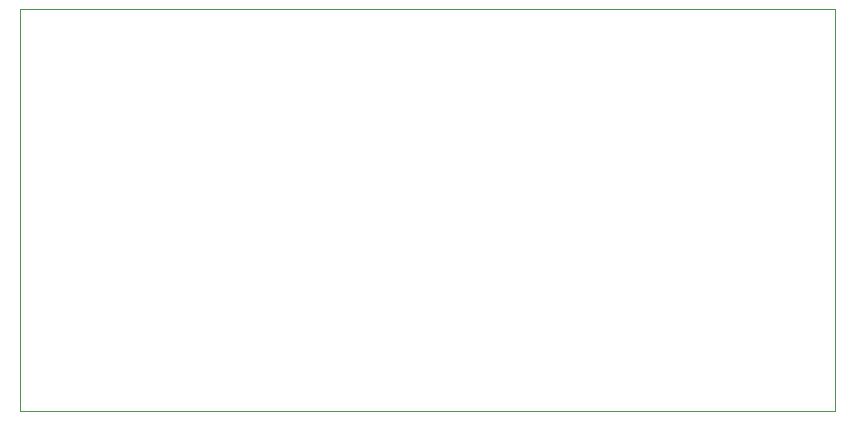
<source format=gtp>
G75*
G70*
%OFA0B0*%
%FSLAX24Y24*%
%IPPOS*%
%LPD*%
%AMOC8*
5,1,8,0,0,1.08239X$1,22.5*
%
%ADD10C,0.0000*%
D10*
X000150Y003319D02*
X000150Y016704D01*
X027315Y016704D01*
X027315Y003319D01*
X000150Y003319D01*
M02*

</source>
